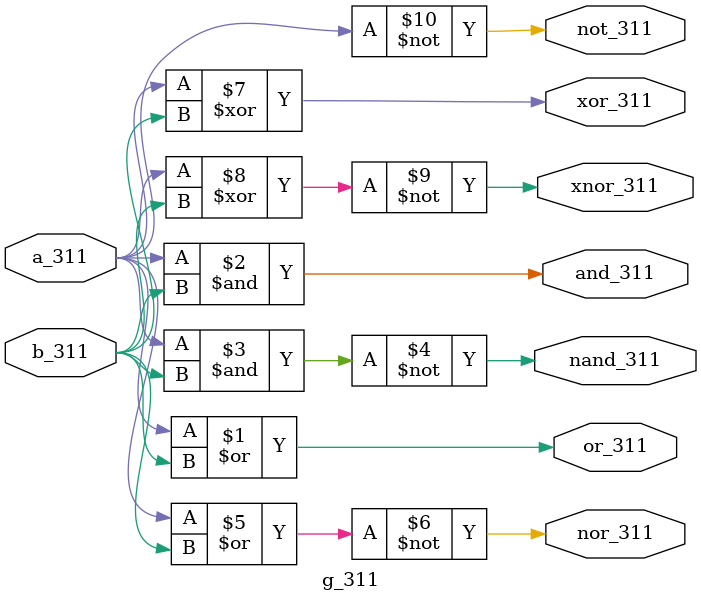
<source format=v>
`timescale 1ns / 1ps
module g_311(
    input a_311,
    input b_311,
    output or_311,
    output and_311,
    output nand_311,
    output nor_311,
    output xor_311,
	 output not_311,
    output xnor_311
    );
	 
	 not(not_311,a_311);
	 or(or_311,a_311,b_311);
	 and(and_311,a_311,b_311);
	 nand(nand_311,a_311,b_311);
	 nor(nor_311,a_311,b_311);
	 xor(xor_311,a_311,b_311);
	 xnor(xnor_311,a_311,b_311);

endmodule


</source>
